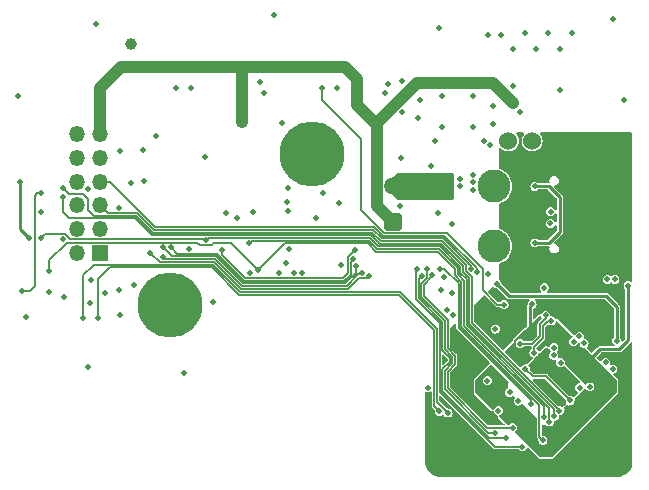
<source format=gbr>
%TF.GenerationSoftware,KiCad,Pcbnew,8.0.1*%
%TF.CreationDate,2024-06-02T00:59:28+08:00*%
%TF.ProjectId,SB-main-board,53422d6d-6169-46e2-9d62-6f6172642e6b,A0*%
%TF.SameCoordinates,Original*%
%TF.FileFunction,Copper,L3,Inr*%
%TF.FilePolarity,Positive*%
%FSLAX46Y46*%
G04 Gerber Fmt 4.6, Leading zero omitted, Abs format (unit mm)*
G04 Created by KiCad (PCBNEW 8.0.1) date 2024-06-02 00:59:28*
%MOMM*%
%LPD*%
G01*
G04 APERTURE LIST*
G04 Aperture macros list*
%AMRoundRect*
0 Rectangle with rounded corners*
0 $1 Rounding radius*
0 $2 $3 $4 $5 $6 $7 $8 $9 X,Y pos of 4 corners*
0 Add a 4 corners polygon primitive as box body*
4,1,4,$2,$3,$4,$5,$6,$7,$8,$9,$2,$3,0*
0 Add four circle primitives for the rounded corners*
1,1,$1+$1,$2,$3*
1,1,$1+$1,$4,$5*
1,1,$1+$1,$6,$7*
1,1,$1+$1,$8,$9*
0 Add four rect primitives between the rounded corners*
20,1,$1+$1,$2,$3,$4,$5,0*
20,1,$1+$1,$4,$5,$6,$7,0*
20,1,$1+$1,$6,$7,$8,$9,0*
20,1,$1+$1,$8,$9,$2,$3,0*%
G04 Aperture macros list end*
%TA.AperFunction,ComponentPad*%
%ADD10C,2.800000*%
%TD*%
%TA.AperFunction,ComponentPad*%
%ADD11C,1.524000*%
%TD*%
%TA.AperFunction,ComponentPad*%
%ADD12RoundRect,0.250001X0.499999X0.499999X-0.499999X0.499999X-0.499999X-0.499999X0.499999X-0.499999X0*%
%TD*%
%TA.AperFunction,ComponentPad*%
%ADD13C,1.500000*%
%TD*%
%TA.AperFunction,ComponentPad*%
%ADD14C,5.500000*%
%TD*%
%TA.AperFunction,ComponentPad*%
%ADD15R,1.350000X1.350000*%
%TD*%
%TA.AperFunction,ComponentPad*%
%ADD16O,1.350000X1.350000*%
%TD*%
%TA.AperFunction,ComponentPad*%
%ADD17O,1.800000X1.000000*%
%TD*%
%TA.AperFunction,ComponentPad*%
%ADD18O,2.100000X1.000000*%
%TD*%
%TA.AperFunction,ViaPad*%
%ADD19C,0.500000*%
%TD*%
%TA.AperFunction,ViaPad*%
%ADD20C,1.000000*%
%TD*%
%TA.AperFunction,Conductor*%
%ADD21C,0.177800*%
%TD*%
%TA.AperFunction,Conductor*%
%ADD22C,1.016000*%
%TD*%
%TA.AperFunction,Conductor*%
%ADD23C,0.254000*%
%TD*%
%TA.AperFunction,Conductor*%
%ADD24C,0.127000*%
%TD*%
G04 APERTURE END LIST*
D10*
%TO.N,+24V*%
%TO.C,J1*%
X158260400Y-105919165D03*
%TO.N,PGND*%
X158260400Y-100839165D03*
D11*
%TO.N,/CAN_H*%
X159490400Y-96989165D03*
%TO.N,/CAN_L*%
X161490400Y-96989165D03*
%TD*%
D12*
%TO.N,+24V*%
%TO.C,J5*%
X149682900Y-103839165D03*
D13*
%TO.N,Net-(D2-K)*%
X149682900Y-100839165D03*
%TD*%
D14*
%TO.N,PGND*%
%TO.C,H2*%
X130863900Y-110917865D03*
%TD*%
%TO.N,PGND*%
%TO.C,H1*%
X142847900Y-98146865D03*
%TD*%
D15*
%TO.N,/FAN0_DET*%
%TO.C,J9*%
X124934042Y-106447865D03*
D16*
%TO.N,/NEO*%
X122934042Y-106447865D03*
%TO.N,/FAN0_PWM*%
X124934042Y-104447865D03*
%TO.N,/FAN1_PWM*%
X122934042Y-104447865D03*
%TO.N,/ADC0*%
X124934042Y-102447865D03*
%TO.N,/FAN1_DET*%
X122934042Y-102447865D03*
%TO.N,/ADC1*%
X124934042Y-100447865D03*
%TO.N,+3V3B*%
X122934042Y-100447865D03*
%TO.N,GND*%
X124934042Y-98447865D03*
%TO.N,PGND*%
X122934042Y-98447865D03*
%TO.N,+24V*%
X124934042Y-96447865D03*
%TO.N,PGND*%
X122934042Y-96447865D03*
%TD*%
D17*
%TO.N,GND*%
%TO.C,J2*%
X167040292Y-98914865D03*
D18*
X162860292Y-98914865D03*
D17*
X167040292Y-107554865D03*
D18*
X162860292Y-107554865D03*
%TD*%
D19*
%TO.N,GND*%
X149247900Y-92146865D03*
X153055292Y-121884865D03*
X153844492Y-95845666D03*
X168777900Y-115486865D03*
X145133900Y-102287065D03*
X156486092Y-93204066D03*
X162665292Y-116174865D03*
X126589900Y-111710465D03*
X161720292Y-100034865D03*
X135558100Y-103099865D03*
X169215292Y-106124865D03*
X156284500Y-122429265D03*
X159382793Y-102368865D03*
X118647900Y-111946865D03*
X119897900Y-103046865D03*
X160975292Y-124054865D03*
X140922900Y-106171865D03*
X158328900Y-112121865D03*
X137603900Y-108196865D03*
X123914442Y-101067865D03*
X162665292Y-117774865D03*
X143228900Y-103506265D03*
X121806242Y-105284265D03*
X155090700Y-121565665D03*
X138422900Y-91971865D03*
X156638100Y-115850665D03*
X156944900Y-111761265D03*
X125357900Y-109846865D03*
X140657900Y-107321865D03*
X160197900Y-98996865D03*
X159073900Y-107746865D03*
X161720292Y-106434865D03*
X156505292Y-124364865D03*
X159363900Y-104356865D03*
X154076200Y-115546865D03*
X161413892Y-108046865D03*
X145337100Y-107544865D03*
X138826400Y-92946865D03*
X143797900Y-101446865D03*
X167747900Y-114036865D03*
X164265292Y-117774865D03*
X159278900Y-113071865D03*
X126497900Y-109656865D03*
X153844492Y-93204066D03*
X140847900Y-100996865D03*
X169215292Y-101724865D03*
X163447300Y-109373665D03*
X169545292Y-116234865D03*
X124126100Y-108789465D03*
X150447900Y-91921865D03*
X156486092Y-95845666D03*
X140797900Y-102971865D03*
X156386100Y-119279665D03*
X124075300Y-110694465D03*
X169475292Y-114864865D03*
X121831642Y-110237265D03*
X154862100Y-117450865D03*
X137844100Y-102998265D03*
X169215292Y-98524865D03*
X149047900Y-92946865D03*
X163015500Y-124562865D03*
X159387900Y-109146865D03*
X136521300Y-103506265D03*
%TO.N,+1V1*%
X160905991Y-116298407D03*
X164707436Y-118968480D03*
D20*
%TO.N,+24V*%
X128947900Y-90780865D03*
X159854399Y-93755367D03*
X136893900Y-95426865D03*
D19*
X153313692Y-92062366D03*
X157016892Y-92062366D03*
%TO.N,PGND*%
X127767900Y-109166865D03*
X153493900Y-103126865D03*
X129639900Y-96572065D03*
X155347900Y-100189165D03*
X156447100Y-100514165D03*
X155347900Y-100839165D03*
X163853900Y-92646865D03*
X153744500Y-109653065D03*
X128573100Y-97740465D03*
X133830900Y-98400865D03*
X139647500Y-86310465D03*
X153615292Y-87446865D03*
X124597900Y-87096865D03*
X154723900Y-104026865D03*
X127506300Y-100534465D03*
D20*
X127522900Y-88780865D03*
D19*
X157713900Y-108306865D03*
X150263900Y-102496865D03*
X152897900Y-99096865D03*
X156447100Y-99864165D03*
X154277900Y-111336865D03*
X154727900Y-109896865D03*
X157753900Y-88044865D03*
X134453900Y-110646865D03*
X126608842Y-97892865D03*
X117997900Y-93196865D03*
X150391700Y-98426265D03*
X140347900Y-95446865D03*
X132408500Y-106122465D03*
X161853900Y-89246865D03*
X154021900Y-108560865D03*
X131976700Y-116688865D03*
X154797900Y-111766865D03*
X159853900Y-89246865D03*
X160470499Y-94526383D03*
X169289300Y-93524065D03*
X123848700Y-116130065D03*
X126507242Y-102668065D03*
X168298700Y-86691465D03*
X159853900Y-92346865D03*
X156447100Y-101164165D03*
X163853900Y-89246865D03*
X128623900Y-100432865D03*
%TO.N,+5V*%
X168652900Y-113912865D03*
X152684766Y-117886865D03*
X158504223Y-109083188D03*
%TO.N,/USB_D+*%
X162635958Y-111756528D03*
X160459035Y-114154395D03*
X163047900Y-102983426D03*
X163046767Y-103984865D03*
%TO.N,/USB_D-*%
X163115236Y-112235806D03*
X161651006Y-114918837D03*
%TO.N,Net-(D3-A)*%
X161720292Y-100834865D03*
X161720292Y-105624865D03*
%TO.N,/FAN0_PWM*%
X158353900Y-121698163D03*
X146537600Y-107597573D03*
X130235174Y-106022865D03*
X152619000Y-107882300D03*
%TO.N,/FAN0_DET*%
X160653900Y-122896865D03*
X151753900Y-107846865D03*
X129153900Y-106446865D03*
X147657900Y-108426865D03*
%TO.N,Net-(J4-Pin_2)*%
X141333900Y-108188468D03*
%TO.N,Net-(J4-Pin_3)*%
X141983900Y-108188468D03*
%TO.N,Net-(J4-Pin_1)*%
X140033900Y-108188468D03*
%TO.N,/FAN1_PWM*%
X152203900Y-108396865D03*
X130203900Y-106796865D03*
X147094602Y-108186596D03*
X159303900Y-122113263D03*
%TO.N,/FAN1_DET*%
X153034100Y-108368839D03*
X159853900Y-121283063D03*
X130903900Y-106022865D03*
X146340787Y-106997020D03*
%TO.N,/FAN2_PWM*%
X157704900Y-117298465D03*
X131322900Y-92546865D03*
%TO.N,/FAN2_DET*%
X132572900Y-92546865D03*
X159595004Y-118299569D03*
%TO.N,/NEO*%
X160321100Y-119025665D03*
%TO.N,/LDC_SCL*%
X124738900Y-111966665D03*
X153642900Y-119889265D03*
%TO.N,/LDC_SDA*%
X123488900Y-111966665D03*
X154368221Y-120027544D03*
%TO.N,/ADC0*%
X163893900Y-115766865D03*
X156287642Y-107830938D03*
%TO.N,/ADC1*%
X163318622Y-115141636D03*
X156832900Y-108097730D03*
%TO.N,/TMC_EN*%
X151964072Y-93524065D03*
X168298027Y-116320570D03*
%TO.N,/HEAT*%
X166384074Y-117816691D03*
%TO.N,/SPI0_CLK*%
X162955124Y-120792232D03*
X119906042Y-105194865D03*
X133879700Y-105397765D03*
%TO.N,/TMC_DIAG*%
X157903539Y-97354323D03*
X164997900Y-113996865D03*
%TO.N,/ADXL_INT1*%
X121755442Y-101779065D03*
X163370224Y-120298275D03*
%TO.N,/TMC_STEP*%
X158165291Y-95524866D03*
X165895492Y-114134865D03*
%TO.N,/ADXL_INT2*%
X121806242Y-100989965D03*
X163785324Y-119833998D03*
%TO.N,/SPI0_CS1*%
X118322900Y-109696865D03*
X119906042Y-101447865D03*
X158621793Y-119838465D03*
%TO.N,/SPI0_MOSI*%
X138246400Y-107953365D03*
X120597900Y-107981765D03*
X162403900Y-122346865D03*
%TO.N,/TEMP_A*%
X162513900Y-109426865D03*
%TO.N,/SPI0_MISO*%
X137511900Y-105626365D03*
X162526276Y-120360559D03*
%TO.N,/ENDSTOP0*%
X143696900Y-92546865D03*
X165503900Y-117886865D03*
X159116630Y-110854134D03*
%TO.N,/TMC_DIR*%
X158215292Y-94024866D03*
X167716723Y-115758042D03*
%TO.N,/TMC_UART*%
X165480392Y-113554724D03*
X157412791Y-96987366D03*
%TO.N,/SPI0_CS2*%
X153693900Y-107816865D03*
X146503900Y-106246865D03*
X161353900Y-119246865D03*
X135266569Y-106211866D03*
%TO.N,/CAN_H*%
X167847900Y-108717365D03*
%TO.N,/CAN_L*%
X168497900Y-108717365D03*
%TO.N,Net-(U6-CPO)*%
X150455292Y-94524866D03*
%TO.N,Net-(U6-CPI)*%
X151865292Y-95024865D03*
%TO.N,Net-(U6-5VOUT)*%
X153252791Y-96987366D03*
%TO.N,Net-(D2-K)*%
X154303900Y-101474165D03*
X153668900Y-100839165D03*
X153033900Y-100204165D03*
X154303900Y-100204165D03*
X153033900Y-101474165D03*
%TO.N,Net-(J3-Pin_1)*%
X164853900Y-87846865D03*
%TO.N,Net-(J3-Pin_4)*%
X158853900Y-88046865D03*
%TO.N,Net-(J3-Pin_2)*%
X162853900Y-87846865D03*
%TO.N,Net-(J3-Pin_3)*%
X160853900Y-87846865D03*
%TO.N,/FS*%
X144946900Y-92546865D03*
X163332353Y-114499151D03*
%TO.N,+3V3A*%
X157951815Y-118811388D03*
X166287398Y-115566971D03*
X169617900Y-109264865D03*
X158382978Y-112926865D03*
X164463300Y-119635265D03*
X161496400Y-110818865D03*
X160937485Y-115481372D03*
X161455702Y-120398667D03*
X163750034Y-113013169D03*
X161297708Y-113013169D03*
%TO.N,+3V3B*%
X140713900Y-102141866D03*
X118147900Y-100447865D03*
X118906042Y-105194865D03*
X120597900Y-109826865D03*
%TD*%
D21*
%TO.N,+1V1*%
X160905991Y-116298407D02*
X161544449Y-116936865D01*
X162675821Y-116936865D02*
X164707436Y-118968480D01*
X161544449Y-116936865D02*
X162675821Y-116936865D01*
D22*
%TO.N,+24V*%
X126707900Y-90780865D02*
X124934042Y-92554723D01*
X158161398Y-92062366D02*
X151702134Y-92062366D01*
X148323300Y-102479565D02*
X149682900Y-103839165D01*
X148323300Y-95441200D02*
X148323300Y-95614607D01*
X159854399Y-93755367D02*
X158161398Y-92062366D01*
X145681900Y-90780865D02*
X146647900Y-91746865D01*
X128947900Y-90780865D02*
X126707900Y-90780865D01*
X148323300Y-95614607D02*
X148323300Y-102479565D01*
X124934042Y-92554723D02*
X124934042Y-96447865D01*
X128947900Y-90780865D02*
X145681900Y-90780865D01*
X146647900Y-91746865D02*
X146647900Y-93939207D01*
X136893900Y-95426865D02*
X136893900Y-90826865D01*
X146647900Y-93939207D02*
X148323300Y-95614607D01*
X151702134Y-92062366D02*
X148323300Y-95441200D01*
D23*
%TO.N,+5V*%
X168652900Y-111031865D02*
X167737900Y-110116865D01*
X168652900Y-113912865D02*
X168652900Y-111031865D01*
X159537900Y-110116865D02*
X158504223Y-109083188D01*
X167737900Y-110116865D02*
X159537900Y-110116865D01*
D24*
%TO.N,/USB_D+*%
X162126500Y-112529737D02*
X162635958Y-112020279D01*
X162126500Y-113528199D02*
X162126500Y-112529737D01*
X162635958Y-112020279D02*
X162635958Y-111756528D01*
X160459035Y-114154395D02*
X161500304Y-114154395D01*
X161500304Y-114154395D02*
X162126500Y-113528199D01*
%TO.N,/USB_D-*%
X161651006Y-114434747D02*
X162431300Y-113654453D01*
X161651006Y-114918837D02*
X161651006Y-114434747D01*
X162431300Y-112655991D02*
X162851485Y-112235806D01*
X162431300Y-113654453D02*
X162431300Y-112655991D01*
X162851485Y-112235806D02*
X163115236Y-112235806D01*
D23*
%TO.N,Net-(D3-A)*%
X162925292Y-105624865D02*
X163815292Y-104734865D01*
X163815292Y-104734865D02*
X163815292Y-101724865D01*
X161720292Y-100834865D02*
X162925292Y-100834865D01*
X161720292Y-105624865D02*
X162925292Y-105624865D01*
X162925292Y-100834865D02*
X163815292Y-101724865D01*
D24*
%TO.N,/FAN0_PWM*%
X154118300Y-116442188D02*
X154118300Y-118041993D01*
X130995174Y-106782865D02*
X130235174Y-106022865D01*
X146537600Y-108219745D02*
X145688180Y-109069165D01*
X154748992Y-115278234D02*
X154748992Y-115811495D01*
X152619000Y-107882300D02*
X152619000Y-108568806D01*
X146537600Y-107597573D02*
X146537600Y-108219745D01*
X152111100Y-110233705D02*
X154118300Y-112240905D01*
X145688180Y-109069165D02*
X137031571Y-109069165D01*
X154118300Y-118041993D02*
X157774470Y-121698163D01*
X154118300Y-112240905D02*
X154118300Y-114647542D01*
X152619000Y-108568806D02*
X152111100Y-109076706D01*
X154118300Y-114647542D02*
X154748992Y-115278234D01*
X152111100Y-109076706D02*
X152111100Y-110233705D01*
X137031571Y-109069165D02*
X134745270Y-106782865D01*
X154748992Y-115811495D02*
X154118300Y-116442188D01*
X157774470Y-121698163D02*
X158353900Y-121698163D01*
X134745270Y-106782865D02*
X130995174Y-106782865D01*
%TO.N,/FAN0_DET*%
X153661100Y-118231373D02*
X153661100Y-112430285D01*
X147657900Y-108426865D02*
X147483069Y-108601696D01*
X145877560Y-109526365D02*
X136842193Y-109526365D01*
X153661100Y-112430285D02*
X151653900Y-110423085D01*
X151653900Y-107946865D02*
X151753900Y-107846865D01*
X136842193Y-109526365D02*
X134555890Y-107240065D01*
X158326592Y-122896865D02*
X153661100Y-118231373D01*
X151653900Y-110423085D02*
X151653900Y-107946865D01*
X147483069Y-108601696D02*
X146802229Y-108601696D01*
X160653900Y-122896865D02*
X158326592Y-122896865D01*
X146802229Y-108601696D02*
X145877560Y-109526365D01*
X129947100Y-107240065D02*
X129153900Y-106446865D01*
X134555890Y-107240065D02*
X129947100Y-107240065D01*
%TO.N,/FAN1_PWM*%
X153889700Y-116347498D02*
X154520392Y-115716806D01*
X151882500Y-110328395D02*
X151882500Y-108718265D01*
X157866280Y-122113263D02*
X153889700Y-118136683D01*
X147094602Y-108186596D02*
X146987128Y-108294070D01*
X154520392Y-115372924D02*
X153889700Y-114742232D01*
X153889700Y-112335595D02*
X151882500Y-110328395D01*
X136936882Y-109297765D02*
X134650580Y-107011465D01*
X153889700Y-118136683D02*
X153889700Y-116347498D01*
X153889700Y-114742232D02*
X153889700Y-112335595D01*
X146987128Y-108294070D02*
X146786565Y-108294070D01*
X154520392Y-115716806D02*
X154520392Y-115372924D01*
X151882500Y-108718265D02*
X152203900Y-108396865D01*
X146786565Y-108294070D02*
X145782870Y-109297765D01*
X134650580Y-107011465D02*
X130418500Y-107011465D01*
X159303900Y-122113263D02*
X157866280Y-122113263D01*
X130418500Y-107011465D02*
X130203900Y-106796865D01*
X145782870Y-109297765D02*
X136936882Y-109297765D01*
%TO.N,/FAN1_DET*%
X154977592Y-115183545D02*
X154977592Y-115906184D01*
X154977592Y-115906184D02*
X154346900Y-116536877D01*
X152339700Y-109171396D02*
X152339700Y-110139016D01*
X153034100Y-108368839D02*
X153034100Y-108476996D01*
X154346900Y-117947303D02*
X157682660Y-121283063D01*
X134839960Y-106554265D02*
X137126260Y-108840565D01*
X146122500Y-108311555D02*
X146122500Y-107215307D01*
X157682660Y-121283063D02*
X159853900Y-121283063D01*
X153034100Y-108476996D02*
X152339700Y-109171396D01*
X154346900Y-114552852D02*
X154977592Y-115183545D01*
X131435300Y-106554265D02*
X134839960Y-106554265D01*
X146122500Y-107215307D02*
X146340787Y-106997020D01*
X154346900Y-112146216D02*
X154346900Y-114552852D01*
X137126260Y-108840565D02*
X145593490Y-108840565D01*
X145593490Y-108840565D02*
X146122500Y-108311555D01*
X130903900Y-106022865D02*
X131435300Y-106554265D01*
X152339700Y-110139016D02*
X154346900Y-112146216D01*
X154346900Y-116536877D02*
X154346900Y-117947303D01*
%TO.N,/LDC_SCL*%
X150224500Y-110027465D02*
X136696710Y-110027465D01*
X136696710Y-110027465D02*
X134366510Y-107697265D01*
X153642900Y-119889265D02*
X153203900Y-119450265D01*
X125751700Y-107697265D02*
X124738900Y-108710065D01*
X124738900Y-108710065D02*
X124738900Y-111966665D01*
X153203900Y-113006865D02*
X150224500Y-110027465D01*
X134366510Y-107697265D02*
X125751700Y-107697265D01*
X153203900Y-119450265D02*
X153203900Y-113006865D01*
%TO.N,/LDC_SDA*%
X124405500Y-107468665D02*
X123488900Y-108385265D01*
X150319189Y-109798865D02*
X136791400Y-109798865D01*
X153432500Y-119091823D02*
X153432500Y-112912175D01*
X154368221Y-120027544D02*
X153432500Y-119091823D01*
X123488900Y-108385265D02*
X123488900Y-111966665D01*
X136791400Y-109798865D02*
X134461200Y-107468665D01*
X134461200Y-107468665D02*
X124405500Y-107468665D01*
X153432500Y-112912175D02*
X150319189Y-109798865D01*
%TO.N,/ADC0*%
X156287642Y-107830938D02*
X156287642Y-107567187D01*
X128058610Y-103099865D02*
X125586042Y-103099865D01*
X125586042Y-103099865D02*
X124934042Y-102447865D01*
X129484210Y-104525465D02*
X128058610Y-103099865D01*
X153964520Y-105244065D02*
X148764520Y-105244065D01*
X156287642Y-107567187D02*
X153964520Y-105244065D01*
X148045921Y-104525465D02*
X129484210Y-104525465D01*
X148764520Y-105244065D02*
X148045921Y-104525465D01*
%TO.N,/ADC1*%
X156832900Y-108097730D02*
X156832900Y-107789155D01*
X148859210Y-105015465D02*
X148140610Y-104296865D01*
X154059210Y-105015465D02*
X148859210Y-105015465D01*
X148140610Y-104296865D02*
X129578900Y-104296865D01*
X156832900Y-107789155D02*
X154059210Y-105015465D01*
X129578900Y-104296865D02*
X125729900Y-100447865D01*
X125729900Y-100447865D02*
X124934042Y-100447865D01*
%TO.N,/SPI0_CLK*%
X155415342Y-108192257D02*
X155415342Y-107664757D01*
X155415342Y-107664757D02*
X153680450Y-105929865D01*
X162955124Y-120792232D02*
X162955124Y-119581159D01*
X119906042Y-105194865D02*
X120231742Y-104869165D01*
X120231742Y-104869165D02*
X121978183Y-104869165D01*
X134066200Y-105211265D02*
X133879700Y-105397765D01*
X155946700Y-108723616D02*
X155415342Y-108192257D01*
X148480452Y-105929865D02*
X147761851Y-105211265D01*
X147761851Y-105211265D02*
X134066200Y-105211265D01*
X162955124Y-119581159D02*
X155946700Y-112572735D01*
X122396983Y-105287965D02*
X133769900Y-105287965D01*
X133769900Y-105287965D02*
X133879700Y-105397765D01*
X121978183Y-104869165D02*
X122396983Y-105287965D01*
X155946700Y-112572735D02*
X155946700Y-108723616D01*
X153680450Y-105929865D02*
X148480452Y-105929865D01*
%TO.N,/ADXL_INT1*%
X121755442Y-103023665D02*
X121755442Y-101779065D01*
X156175300Y-108628927D02*
X155643942Y-108097568D01*
X153775140Y-105701265D02*
X148575141Y-105701265D01*
X155643942Y-107570067D02*
X153775140Y-105701265D01*
X122288842Y-103557065D02*
X121755442Y-103023665D01*
X148575141Y-105701265D02*
X147856541Y-104982665D01*
X156175300Y-112478046D02*
X156175300Y-108628927D01*
X129294831Y-104982665D02*
X127869230Y-103557065D01*
X155643942Y-108097568D02*
X155643942Y-107570067D01*
X163370224Y-119672971D02*
X156175300Y-112478046D01*
X163370224Y-120298275D02*
X163370224Y-119672971D01*
X127869230Y-103557065D02*
X122288842Y-103557065D01*
X147856541Y-104982665D02*
X129294831Y-104982665D01*
%TO.N,/ADXL_INT2*%
X153869830Y-105472665D02*
X155872542Y-107475377D01*
X148669831Y-105472665D02*
X153869830Y-105472665D01*
X123914442Y-101906065D02*
X123914442Y-102845865D01*
X129389520Y-104754065D02*
X147951231Y-104754065D01*
X122299242Y-101482965D02*
X123491342Y-101482965D01*
X124397042Y-103328465D02*
X127963920Y-103328465D01*
X156403900Y-112383357D02*
X163785324Y-119764781D01*
X123491342Y-101482965D02*
X123914442Y-101906065D01*
X127963920Y-103328465D02*
X129389520Y-104754065D01*
X147951231Y-104754065D02*
X148669831Y-105472665D01*
X123914442Y-102845865D02*
X124397042Y-103328465D01*
X156403900Y-108534237D02*
X156403900Y-112383357D01*
X155872542Y-108002879D02*
X156403900Y-108534237D01*
X121806242Y-100989965D02*
X122299242Y-101482965D01*
X155872542Y-107475377D02*
X155872542Y-108002879D01*
X163785324Y-119764781D02*
X163785324Y-119833998D01*
%TO.N,/SPI0_CS1*%
X119596900Y-101447865D02*
X119397900Y-101646865D01*
X119397900Y-109246865D02*
X118947900Y-109696865D01*
X119397900Y-101646865D02*
X119397900Y-109246865D01*
X118947900Y-109696865D02*
X118322900Y-109696865D01*
X119906042Y-101447865D02*
X119596900Y-101447865D01*
%TO.N,/SPI0_MOSI*%
X162111176Y-122054141D02*
X162111176Y-119383790D01*
X155489500Y-108912994D02*
X154958142Y-108381635D01*
X154958142Y-107854137D02*
X153491070Y-106387065D01*
X120597900Y-107079648D02*
X120597900Y-107981765D01*
X140531300Y-105668465D02*
X138246400Y-107953365D01*
X155489500Y-112762113D02*
X155489500Y-108912994D01*
X133148800Y-105607765D02*
X122069783Y-105607765D01*
X147572472Y-105668465D02*
X140531300Y-105668465D01*
X134509370Y-105665265D02*
X134361770Y-105812865D01*
X138246400Y-107953365D02*
X135958300Y-105665265D01*
X134361770Y-105812865D02*
X133353900Y-105812865D01*
X133353900Y-105812865D02*
X133148800Y-105607765D01*
X148291074Y-106387065D02*
X147572472Y-105668465D01*
X162111176Y-119383790D02*
X155489500Y-112762113D01*
X162403900Y-122346865D02*
X162111176Y-122054141D01*
X153491070Y-106387065D02*
X148291074Y-106387065D01*
X122069783Y-105607765D02*
X120597900Y-107079648D01*
X154958142Y-108381635D02*
X154958142Y-107854137D01*
X135958300Y-105665265D02*
X134509370Y-105665265D01*
%TO.N,/SPI0_MISO*%
X153585760Y-106158465D02*
X148385763Y-106158465D01*
X137698400Y-105439865D02*
X147667162Y-105439865D01*
X155186742Y-108286946D02*
X155186742Y-107759447D01*
X137511900Y-105626365D02*
X137698400Y-105439865D01*
X155718100Y-108818305D02*
X155186742Y-108286946D01*
X162526276Y-120360559D02*
X162526276Y-119475601D01*
X155186742Y-107759447D02*
X153585760Y-106158465D01*
X148385763Y-106158465D02*
X147667162Y-105439865D01*
X162526276Y-119475601D02*
X155718100Y-112667424D01*
X155718100Y-112667424D02*
X155718100Y-108818305D01*
%TO.N,/ENDSTOP0*%
X154243900Y-104786865D02*
X157298800Y-107841765D01*
X143696900Y-92546865D02*
X143696900Y-93562865D01*
X146993900Y-102826865D02*
X148953900Y-104786865D01*
X143696900Y-93562865D02*
X146993900Y-96859865D01*
X158511169Y-110854134D02*
X159116630Y-110854134D01*
X157298800Y-107841765D02*
X157298800Y-109641765D01*
X146993900Y-96859865D02*
X146993900Y-102826865D01*
X148953900Y-104786865D02*
X154243900Y-104786865D01*
X157298800Y-109641765D02*
X158511169Y-110854134D01*
%TO.N,/SPI0_CS2*%
X154070082Y-107816865D02*
X155260900Y-109007683D01*
X161353900Y-118949804D02*
X161353900Y-119246865D01*
X135266569Y-106657584D02*
X135266569Y-106211866D01*
X153693900Y-107816865D02*
X154070082Y-107816865D01*
X145893900Y-106856865D02*
X145893900Y-108216865D01*
X155260900Y-112856803D02*
X161353900Y-118949804D01*
X155260900Y-109007683D02*
X155260900Y-112856803D01*
X145498800Y-108611965D02*
X137220950Y-108611965D01*
X145893900Y-108216865D02*
X145498800Y-108611965D01*
X137220950Y-108611965D02*
X135266569Y-106657584D01*
X146503900Y-106246865D02*
X145893900Y-106856865D01*
D23*
%TO.N,+3V3A*%
X161496400Y-110818865D02*
X161297708Y-111017557D01*
D21*
X160018535Y-114562422D02*
X160018535Y-113956230D01*
D23*
X169617900Y-113896865D02*
X168867900Y-114646865D01*
X169617900Y-109264865D02*
X169617900Y-113896865D01*
D21*
X160937485Y-115481372D02*
X160018535Y-114562422D01*
D23*
X168867900Y-114646865D02*
X167207504Y-114646865D01*
D21*
X160961596Y-113013169D02*
X161297708Y-113013169D01*
D23*
X161297708Y-111017557D02*
X161297708Y-113013169D01*
X167207504Y-114646865D02*
X166287398Y-115566971D01*
D21*
X160018535Y-113956230D02*
X160961596Y-113013169D01*
D23*
%TO.N,+3V3B*%
X118147900Y-100447865D02*
X118147900Y-104436723D01*
X118147900Y-104436723D02*
X118906042Y-105194865D01*
%TD*%
%TA.AperFunction,Conductor*%
%TO.N,Net-(D2-K)*%
G36*
X154816501Y-99734730D02*
G01*
X154846565Y-99786801D01*
X154847900Y-99802065D01*
X154847900Y-101876265D01*
X154827335Y-101932766D01*
X154775264Y-101962830D01*
X154760000Y-101964165D01*
X150094310Y-101964165D01*
X150037809Y-101943600D01*
X150032155Y-101938420D01*
X149708645Y-101614910D01*
X149683234Y-101560416D01*
X149682900Y-101552755D01*
X149682900Y-100125575D01*
X149703465Y-100069074D01*
X149708645Y-100063420D01*
X150032155Y-99739910D01*
X150086649Y-99714499D01*
X150094310Y-99714165D01*
X154760000Y-99714165D01*
X154816501Y-99734730D01*
G37*
%TD.AperFunction*%
%TD*%
%TA.AperFunction,Conductor*%
%TO.N,GND*%
G36*
X160795692Y-96295430D02*
G01*
X160825756Y-96347501D01*
X160815315Y-96406715D01*
X160804517Y-96421577D01*
X160766815Y-96463450D01*
X160673325Y-96625380D01*
X160673324Y-96625382D01*
X160615544Y-96803211D01*
X160615543Y-96803216D01*
X160596000Y-96989160D01*
X160596000Y-96989169D01*
X160615543Y-97175113D01*
X160615544Y-97175118D01*
X160615545Y-97175121D01*
X160673325Y-97352950D01*
X160766815Y-97514880D01*
X160891930Y-97653834D01*
X161043200Y-97763738D01*
X161214015Y-97839790D01*
X161360331Y-97870890D01*
X161396909Y-97878665D01*
X161396910Y-97878665D01*
X161583891Y-97878665D01*
X161614372Y-97872185D01*
X161766785Y-97839790D01*
X161937600Y-97763738D01*
X162088870Y-97653834D01*
X162213985Y-97514880D01*
X162307475Y-97352950D01*
X162365255Y-97175121D01*
X162384800Y-96989165D01*
X162384800Y-96989160D01*
X162365256Y-96803216D01*
X162365255Y-96803211D01*
X162365255Y-96803209D01*
X162307475Y-96625380D01*
X162213985Y-96463450D01*
X162176285Y-96421580D01*
X162153763Y-96365833D01*
X162172343Y-96308648D01*
X162223334Y-96276786D01*
X162241609Y-96274865D01*
X169896098Y-96274865D01*
X169952599Y-96295430D01*
X169982663Y-96347501D01*
X169983998Y-96362765D01*
X169983998Y-108774865D01*
X168870999Y-108774865D01*
X168880106Y-108717365D01*
X168861400Y-108599257D01*
X168861400Y-108599256D01*
X168807113Y-108492713D01*
X168807112Y-108492712D01*
X168807111Y-108492710D01*
X168722555Y-108408154D01*
X168722552Y-108408152D01*
X168722551Y-108408151D01*
X168616008Y-108353864D01*
X168497900Y-108335159D01*
X168379792Y-108353864D01*
X168379791Y-108353864D01*
X168273248Y-108408151D01*
X168273245Y-108408153D01*
X168273245Y-108408154D01*
X168235053Y-108446345D01*
X168180561Y-108471756D01*
X168122483Y-108456193D01*
X168110751Y-108446350D01*
X168072555Y-108408154D01*
X168072552Y-108408152D01*
X168072551Y-108408151D01*
X167966008Y-108353864D01*
X167847900Y-108335159D01*
X167729792Y-108353864D01*
X167729791Y-108353864D01*
X167623248Y-108408151D01*
X167538686Y-108492713D01*
X167484399Y-108599256D01*
X167484399Y-108599257D01*
X167465694Y-108717365D01*
X167474800Y-108774865D01*
X158729766Y-108774865D01*
X158728878Y-108773977D01*
X158728875Y-108773975D01*
X158713283Y-108766030D01*
X158672278Y-108722054D01*
X158665292Y-108687712D01*
X158665292Y-107462157D01*
X158685857Y-107405656D01*
X158730740Y-107377886D01*
X158730603Y-107377462D01*
X158732338Y-107376898D01*
X158732685Y-107376683D01*
X158733883Y-107376396D01*
X158956015Y-107284386D01*
X159161018Y-107158759D01*
X159343845Y-107002610D01*
X159499994Y-106819783D01*
X159625621Y-106614780D01*
X159717631Y-106392648D01*
X159769223Y-106177750D01*
X159773758Y-106158862D01*
X159773758Y-106158860D01*
X159773759Y-106158857D01*
X159792623Y-105919165D01*
X159773759Y-105679473D01*
X159766810Y-105650529D01*
X159760649Y-105624865D01*
X161338086Y-105624865D01*
X161356791Y-105742972D01*
X161356791Y-105742973D01*
X161411078Y-105849516D01*
X161411079Y-105849517D01*
X161411081Y-105849520D01*
X161495637Y-105934076D01*
X161495639Y-105934077D01*
X161495640Y-105934078D01*
X161602183Y-105988365D01*
X161612602Y-105990015D01*
X161720292Y-106007071D01*
X161838400Y-105988365D01*
X161944943Y-105934078D01*
X161944944Y-105934078D01*
X161944944Y-105934077D01*
X161944947Y-105934076D01*
X161973914Y-105905109D01*
X162028408Y-105879699D01*
X162036068Y-105879365D01*
X162895649Y-105879365D01*
X162952150Y-105899930D01*
X162982214Y-105952001D01*
X162980554Y-105990015D01*
X162975984Y-106007071D01*
X162958592Y-106071980D01*
X162958592Y-106177750D01*
X162985967Y-106279915D01*
X163038852Y-106371514D01*
X163113643Y-106446305D01*
X163205242Y-106499190D01*
X163307407Y-106526565D01*
X163413176Y-106526565D01*
X163413177Y-106526565D01*
X163515342Y-106499190D01*
X163606941Y-106446305D01*
X163681732Y-106371514D01*
X163734617Y-106279915D01*
X163761992Y-106177750D01*
X163761992Y-106071980D01*
X163734617Y-105969815D01*
X163681732Y-105878216D01*
X163606941Y-105803425D01*
X163515342Y-105750540D01*
X163515341Y-105750539D01*
X163515340Y-105750539D01*
X163413177Y-105723165D01*
X163399119Y-105723165D01*
X163342618Y-105702600D01*
X163312554Y-105650529D01*
X163322995Y-105591315D01*
X163336964Y-105573110D01*
X163464393Y-105445681D01*
X163959453Y-104950620D01*
X163959455Y-104950620D01*
X164031047Y-104879028D01*
X164069792Y-104785488D01*
X164069792Y-101674242D01*
X164031047Y-101580702D01*
X163959455Y-101509110D01*
X163959453Y-101509109D01*
X163667414Y-101217070D01*
X163346965Y-100896620D01*
X163321554Y-100842126D01*
X163337117Y-100784048D01*
X163386370Y-100749560D01*
X163409120Y-100746565D01*
X163413176Y-100746565D01*
X163413177Y-100746565D01*
X163515342Y-100719190D01*
X163606941Y-100666305D01*
X163681732Y-100591514D01*
X163734617Y-100499915D01*
X163761992Y-100397750D01*
X163761992Y-100291980D01*
X163734617Y-100189815D01*
X163681732Y-100098216D01*
X163606941Y-100023425D01*
X163515342Y-99970540D01*
X163515341Y-99970539D01*
X163515340Y-99970539D01*
X163413177Y-99943165D01*
X163307407Y-99943165D01*
X163205243Y-99970539D01*
X163113645Y-100023423D01*
X163038850Y-100098218D01*
X162985966Y-100189816D01*
X162958592Y-100291980D01*
X162958592Y-100397749D01*
X162977875Y-100469715D01*
X162972634Y-100529613D01*
X162930118Y-100572129D01*
X162892970Y-100580365D01*
X162036068Y-100580365D01*
X161979567Y-100559800D01*
X161973914Y-100554621D01*
X161944947Y-100525654D01*
X161944944Y-100525652D01*
X161944943Y-100525651D01*
X161838400Y-100471364D01*
X161720292Y-100452659D01*
X161602184Y-100471364D01*
X161602183Y-100471364D01*
X161495640Y-100525651D01*
X161411078Y-100610213D01*
X161356791Y-100716756D01*
X161356791Y-100716757D01*
X161338086Y-100834865D01*
X161356791Y-100952972D01*
X161356791Y-100952973D01*
X161411078Y-101059516D01*
X161411079Y-101059517D01*
X161411081Y-101059520D01*
X161495637Y-101144076D01*
X161495639Y-101144077D01*
X161495640Y-101144078D01*
X161602183Y-101198365D01*
X161618331Y-101200922D01*
X161720292Y-101217071D01*
X161838400Y-101198365D01*
X161944943Y-101144078D01*
X161944944Y-101144078D01*
X161944944Y-101144077D01*
X161944947Y-101144076D01*
X161973914Y-101115109D01*
X162028408Y-101089699D01*
X162036068Y-101089365D01*
X162783464Y-101089365D01*
X162839965Y-101109930D01*
X162845619Y-101115110D01*
X163535047Y-101804537D01*
X163560458Y-101859031D01*
X163560792Y-101866692D01*
X163560792Y-102792386D01*
X163540227Y-102848887D01*
X163488156Y-102878951D01*
X163428942Y-102868510D01*
X163394573Y-102832292D01*
X163357113Y-102758774D01*
X163357112Y-102758773D01*
X163357111Y-102758771D01*
X163272555Y-102674215D01*
X163272552Y-102674213D01*
X163272551Y-102674212D01*
X163166008Y-102619925D01*
X163047900Y-102601220D01*
X162929792Y-102619925D01*
X162929791Y-102619925D01*
X162823248Y-102674212D01*
X162738686Y-102758774D01*
X162684399Y-102865317D01*
X162684399Y-102865318D01*
X162665694Y-102983426D01*
X162684399Y-103101533D01*
X162684399Y-103101534D01*
X162738686Y-103208077D01*
X162738687Y-103208078D01*
X162738689Y-103208081D01*
X162823245Y-103292637D01*
X162823247Y-103292638D01*
X162823248Y-103292639D01*
X162929791Y-103346926D01*
X162945939Y-103349483D01*
X163047900Y-103365632D01*
X163166008Y-103346926D01*
X163272555Y-103292637D01*
X163357111Y-103208081D01*
X163394573Y-103134559D01*
X163438547Y-103093553D01*
X163498591Y-103090406D01*
X163546611Y-103126591D01*
X163560792Y-103174465D01*
X163560792Y-103796049D01*
X163540227Y-103852550D01*
X163488156Y-103882614D01*
X163428942Y-103872173D01*
X163394573Y-103835955D01*
X163355980Y-103760213D01*
X163355979Y-103760212D01*
X163355978Y-103760210D01*
X163271422Y-103675654D01*
X163271419Y-103675652D01*
X163271418Y-103675651D01*
X163164875Y-103621364D01*
X163046767Y-103602659D01*
X162928659Y-103621364D01*
X162928658Y-103621364D01*
X162822115Y-103675651D01*
X162737553Y-103760213D01*
X162683266Y-103866756D01*
X162683266Y-103866757D01*
X162664561Y-103984865D01*
X162683266Y-104102972D01*
X162683266Y-104102973D01*
X162737553Y-104209516D01*
X162737554Y-104209517D01*
X162737556Y-104209520D01*
X162822112Y-104294076D01*
X162822114Y-104294077D01*
X162822115Y-104294078D01*
X162928658Y-104348365D01*
X162944806Y-104350922D01*
X163046767Y-104367071D01*
X163164875Y-104348365D01*
X163271422Y-104294076D01*
X163355978Y-104209520D01*
X163394573Y-104133772D01*
X163438547Y-104092768D01*
X163498591Y-104089621D01*
X163546611Y-104125806D01*
X163560792Y-104173680D01*
X163560792Y-104593037D01*
X163540227Y-104649538D01*
X163535047Y-104655192D01*
X162845619Y-105344620D01*
X162791125Y-105370031D01*
X162783464Y-105370365D01*
X162036068Y-105370365D01*
X161979567Y-105349800D01*
X161973914Y-105344621D01*
X161973913Y-105344620D01*
X161944947Y-105315654D01*
X161944944Y-105315652D01*
X161944943Y-105315651D01*
X161838400Y-105261364D01*
X161720292Y-105242659D01*
X161602184Y-105261364D01*
X161602183Y-105261364D01*
X161495640Y-105315651D01*
X161411078Y-105400213D01*
X161356791Y-105506756D01*
X161356791Y-105506757D01*
X161338086Y-105624865D01*
X159760649Y-105624865D01*
X159717631Y-105445681D01*
X159625624Y-105223558D01*
X159625621Y-105223550D01*
X159499994Y-105018547D01*
X159452538Y-104962983D01*
X159343849Y-104835724D01*
X159343840Y-104835715D01*
X159161022Y-104679574D01*
X159161020Y-104679572D01*
X159161018Y-104679571D01*
X158956015Y-104553944D01*
X158956009Y-104553941D01*
X158956006Y-104553940D01*
X158733881Y-104461933D01*
X158732657Y-104461639D01*
X158732349Y-104461435D01*
X158730600Y-104460867D01*
X158730757Y-104460381D01*
X158682524Y-104428444D01*
X158665292Y-104376171D01*
X158665292Y-102382157D01*
X158685857Y-102325656D01*
X158730740Y-102297886D01*
X158730603Y-102297462D01*
X158732338Y-102296898D01*
X158732685Y-102296683D01*
X158733883Y-102296396D01*
X158956015Y-102204386D01*
X159161018Y-102078759D01*
X159343845Y-101922610D01*
X159499994Y-101739783D01*
X159625621Y-101534780D01*
X159717631Y-101312648D01*
X159758101Y-101144078D01*
X159773758Y-101078862D01*
X159773758Y-101078860D01*
X159773759Y-101078857D01*
X159792623Y-100839165D01*
X159773759Y-100599473D01*
X159771848Y-100591514D01*
X159717631Y-100365681D01*
X159644785Y-100189816D01*
X159625621Y-100143550D01*
X159499994Y-99938547D01*
X159499990Y-99938542D01*
X159343849Y-99755724D01*
X159343840Y-99755715D01*
X159161022Y-99599574D01*
X159161020Y-99599572D01*
X159161018Y-99599571D01*
X158956015Y-99473944D01*
X158956009Y-99473941D01*
X158956006Y-99473940D01*
X158733881Y-99381933D01*
X158732657Y-99381639D01*
X158732349Y-99381435D01*
X158730600Y-99380867D01*
X158730757Y-99380381D01*
X158682524Y-99348444D01*
X158665292Y-99296171D01*
X158665292Y-97631114D01*
X158685857Y-97574613D01*
X158737928Y-97544549D01*
X158797142Y-97554990D01*
X158818513Y-97572296D01*
X158891930Y-97653834D01*
X159043200Y-97763738D01*
X159214015Y-97839790D01*
X159360331Y-97870890D01*
X159396909Y-97878665D01*
X159396910Y-97878665D01*
X159583891Y-97878665D01*
X159614372Y-97872185D01*
X159766785Y-97839790D01*
X159937600Y-97763738D01*
X160088870Y-97653834D01*
X160213985Y-97514880D01*
X160307475Y-97352950D01*
X160365255Y-97175121D01*
X160384800Y-96989165D01*
X160384800Y-96989160D01*
X160365256Y-96803216D01*
X160365255Y-96803211D01*
X160365255Y-96803209D01*
X160307475Y-96625380D01*
X160213985Y-96463450D01*
X160176285Y-96421580D01*
X160153763Y-96365833D01*
X160172343Y-96308648D01*
X160223334Y-96276786D01*
X160241609Y-96274865D01*
X160739191Y-96274865D01*
X160795692Y-96295430D01*
G37*
%TD.AperFunction*%
%TD*%
%TA.AperFunction,Conductor*%
%TO.N,GND*%
G36*
X169946515Y-114030891D02*
G01*
X169981003Y-114080144D01*
X169983998Y-114102894D01*
X169983998Y-124118208D01*
X169983994Y-124118254D01*
X169983997Y-124162565D01*
X169983726Y-124169462D01*
X169968875Y-124358317D01*
X169966718Y-124371942D01*
X169923310Y-124552789D01*
X169919048Y-124565908D01*
X169847884Y-124737733D01*
X169841622Y-124750023D01*
X169744451Y-124908602D01*
X169736344Y-124919762D01*
X169615560Y-125061187D01*
X169605806Y-125070941D01*
X169464386Y-125191727D01*
X169453226Y-125199835D01*
X169294654Y-125297007D01*
X169282363Y-125303270D01*
X169110533Y-125374440D01*
X169097414Y-125378702D01*
X168916568Y-125422113D01*
X168902944Y-125424270D01*
X168714507Y-125439093D01*
X168707612Y-125439364D01*
X168677362Y-125439363D01*
X168670759Y-125439363D01*
X168670758Y-125439363D01*
X168662385Y-125439363D01*
X168662365Y-125439365D01*
X153758747Y-125439365D01*
X153758739Y-125439364D01*
X153712077Y-125439364D01*
X153705182Y-125439093D01*
X153516324Y-125424234D01*
X153502701Y-125422077D01*
X153341988Y-125383496D01*
X153321851Y-125378662D01*
X153308746Y-125374405D01*
X153136903Y-125303228D01*
X153124626Y-125296972D01*
X152966043Y-125199794D01*
X152954884Y-125191687D01*
X152813463Y-125070905D01*
X152803710Y-125061152D01*
X152682926Y-124919736D01*
X152674818Y-124908577D01*
X152577642Y-124750001D01*
X152571380Y-124737711D01*
X152500205Y-124565882D01*
X152495943Y-124552764D01*
X152476210Y-124470570D01*
X152452527Y-124371925D01*
X152450370Y-124358305D01*
X152435537Y-124169835D01*
X152435266Y-124162938D01*
X152435266Y-118326857D01*
X152455831Y-118270356D01*
X152507902Y-118240292D01*
X152563072Y-118248537D01*
X152566658Y-118250365D01*
X152684766Y-118269071D01*
X152802874Y-118250365D01*
X152885095Y-118208470D01*
X152944772Y-118201143D01*
X152995200Y-118233890D01*
X153012900Y-118286790D01*
X153012900Y-119412273D01*
X153012900Y-119488257D01*
X153017480Y-119499314D01*
X153040427Y-119554715D01*
X153041978Y-119558458D01*
X153143794Y-119660274D01*
X153244350Y-119760830D01*
X153269761Y-119815324D01*
X153269013Y-119836734D01*
X153260694Y-119889264D01*
X153279399Y-120007372D01*
X153279399Y-120007373D01*
X153333686Y-120113916D01*
X153333687Y-120113917D01*
X153333689Y-120113920D01*
X153418245Y-120198476D01*
X153418247Y-120198477D01*
X153418248Y-120198478D01*
X153524791Y-120252765D01*
X153540939Y-120255322D01*
X153642900Y-120271471D01*
X153761008Y-120252765D01*
X153867555Y-120198476D01*
X153890705Y-120175325D01*
X153945195Y-120149916D01*
X154003274Y-120165477D01*
X154031177Y-120197575D01*
X154059007Y-120252195D01*
X154059008Y-120252196D01*
X154059010Y-120252199D01*
X154143566Y-120336755D01*
X154143568Y-120336756D01*
X154143569Y-120336757D01*
X154250112Y-120391044D01*
X154264338Y-120393297D01*
X154368221Y-120409750D01*
X154486329Y-120391044D01*
X154592876Y-120336755D01*
X154677432Y-120252199D01*
X154731721Y-120145652D01*
X154750427Y-120027544D01*
X154731721Y-119909436D01*
X154731721Y-119909435D01*
X154677434Y-119802892D01*
X154677433Y-119802891D01*
X154677432Y-119802889D01*
X154592876Y-119718333D01*
X154592873Y-119718331D01*
X154592872Y-119718330D01*
X154486329Y-119664043D01*
X154368221Y-119645338D01*
X154315690Y-119653657D01*
X154256668Y-119642183D01*
X154239786Y-119628994D01*
X153649245Y-119038453D01*
X153623834Y-118983959D01*
X153623500Y-118976298D01*
X153623500Y-118676098D01*
X153644065Y-118619597D01*
X153696136Y-118589533D01*
X153755350Y-118599974D01*
X153773555Y-118613943D01*
X158164670Y-123005058D01*
X158164669Y-123005058D01*
X158218397Y-123058785D01*
X158218399Y-123058787D01*
X158288600Y-123087865D01*
X160275450Y-123087865D01*
X160331951Y-123108430D01*
X160339693Y-123116732D01*
X160339798Y-123116628D01*
X160344687Y-123121517D01*
X160344689Y-123121520D01*
X160429245Y-123206076D01*
X160429247Y-123206077D01*
X160429248Y-123206078D01*
X160535791Y-123260365D01*
X160551939Y-123262922D01*
X160653900Y-123279071D01*
X160772008Y-123260365D01*
X160878555Y-123206076D01*
X160963111Y-123121520D01*
X161017400Y-123014973D01*
X161017841Y-123012184D01*
X161018964Y-123010158D01*
X161019539Y-123008391D01*
X161019882Y-123008502D01*
X161046985Y-122959594D01*
X161103116Y-122938041D01*
X161159970Y-122957610D01*
X161166815Y-122963772D01*
X162045865Y-123842822D01*
X162050048Y-123846825D01*
X162054563Y-123850961D01*
X162055694Y-123851997D01*
X162099883Y-123878809D01*
X162156384Y-123899374D01*
X162201702Y-123907365D01*
X162201705Y-123907365D01*
X163128881Y-123907365D01*
X163128882Y-123907365D01*
X163134653Y-123907239D01*
X163142314Y-123906905D01*
X163192540Y-123894617D01*
X163192545Y-123894614D01*
X163192547Y-123894614D01*
X163247026Y-123869210D01*
X163247026Y-123869209D01*
X163247034Y-123869206D01*
X163284729Y-123842812D01*
X168733239Y-118394302D01*
X168737244Y-118390117D01*
X168742424Y-118384463D01*
X168769236Y-118340274D01*
X168789801Y-118283773D01*
X168797792Y-118238455D01*
X168797792Y-117311275D01*
X168797666Y-117305504D01*
X168797332Y-117297843D01*
X168785044Y-117247617D01*
X168785041Y-117247612D01*
X168785041Y-117247609D01*
X168759637Y-117193130D01*
X168759634Y-117193126D01*
X168759633Y-117193123D01*
X168733239Y-117155428D01*
X168399496Y-116821685D01*
X168374085Y-116767191D01*
X168389648Y-116709113D01*
X168421743Y-116681212D01*
X168522682Y-116629781D01*
X168607238Y-116545225D01*
X168661527Y-116438678D01*
X168680233Y-116320570D01*
X168661527Y-116202462D01*
X168661527Y-116202461D01*
X168607240Y-116095918D01*
X168607239Y-116095917D01*
X168607238Y-116095915D01*
X168522682Y-116011359D01*
X168522679Y-116011357D01*
X168522678Y-116011356D01*
X168416135Y-115957069D01*
X168298027Y-115938364D01*
X168184005Y-115956422D01*
X168124982Y-115944948D01*
X168087144Y-115898221D01*
X168083437Y-115855855D01*
X168098929Y-115758042D01*
X168080223Y-115639934D01*
X168080223Y-115639933D01*
X168025936Y-115533390D01*
X168025935Y-115533389D01*
X168025934Y-115533387D01*
X167941378Y-115448831D01*
X167941375Y-115448829D01*
X167941374Y-115448828D01*
X167834831Y-115394541D01*
X167716723Y-115375836D01*
X167598615Y-115394541D01*
X167598614Y-115394541D01*
X167492071Y-115448828D01*
X167407509Y-115533390D01*
X167362419Y-115621885D01*
X167318445Y-115662891D01*
X167258400Y-115666038D01*
X167221945Y-115644134D01*
X166958203Y-115380392D01*
X166932792Y-115325898D01*
X166948355Y-115267820D01*
X166958203Y-115256082D01*
X167113894Y-115100392D01*
X167287176Y-114927110D01*
X167341670Y-114901699D01*
X167349331Y-114901365D01*
X168918522Y-114901365D01*
X168918523Y-114901365D01*
X169012063Y-114862620D01*
X169762061Y-114112620D01*
X169762063Y-114112620D01*
X169833655Y-114041028D01*
X169833655Y-114041026D01*
X169833943Y-114040739D01*
X169888437Y-114015328D01*
X169946515Y-114030891D01*
G37*
%TD.AperFunction*%
%TA.AperFunction,Conductor*%
G36*
X155032417Y-112510464D02*
G01*
X155066905Y-112559717D01*
X155069900Y-112582467D01*
X155069900Y-112818811D01*
X155069900Y-112894795D01*
X155098978Y-112964996D01*
X157209331Y-115075350D01*
X157881221Y-115747240D01*
X157906632Y-115801734D01*
X157891069Y-115859812D01*
X157881221Y-115871550D01*
X156597316Y-117155456D01*
X156593317Y-117159636D01*
X156588154Y-117165272D01*
X156588149Y-117165278D01*
X156561351Y-117209447D01*
X156561347Y-117209455D01*
X156546307Y-117250776D01*
X156546305Y-117250781D01*
X156540784Y-117265947D01*
X156540780Y-117265965D01*
X156535050Y-117298459D01*
X156535051Y-117298460D01*
X156532792Y-117311276D01*
X156532792Y-118238453D01*
X156532918Y-118244245D01*
X156533251Y-118251881D01*
X156533251Y-118251885D01*
X156533252Y-118251887D01*
X156544917Y-118299568D01*
X156545542Y-118302120D01*
X156570946Y-118356599D01*
X156570949Y-118356603D01*
X156570951Y-118356607D01*
X156597345Y-118394302D01*
X158029262Y-119826219D01*
X158054712Y-119846102D01*
X158091167Y-119868006D01*
X158093706Y-119869494D01*
X158093707Y-119869494D01*
X158093709Y-119869495D01*
X158119404Y-119875598D01*
X158166344Y-119886749D01*
X158167521Y-119886687D01*
X158168304Y-119886926D01*
X158172609Y-119887317D01*
X158172527Y-119888216D01*
X158225023Y-119904260D01*
X158254976Y-119950373D01*
X158256154Y-119949991D01*
X158257581Y-119954383D01*
X158257776Y-119954683D01*
X158257920Y-119955428D01*
X158258292Y-119956573D01*
X158312579Y-120063116D01*
X158312580Y-120063117D01*
X158312582Y-120063120D01*
X158397138Y-120147676D01*
X158397140Y-120147677D01*
X158397141Y-120147678D01*
X158496841Y-120198478D01*
X158503685Y-120201965D01*
X158503689Y-120201965D01*
X158510266Y-120204103D01*
X158509379Y-120206830D01*
X158551959Y-120230429D01*
X158572526Y-120274900D01*
X158582232Y-120338802D01*
X158582233Y-120338805D01*
X158607642Y-120393297D01*
X158634039Y-120430996D01*
X159145051Y-120942008D01*
X159170462Y-120996502D01*
X159154899Y-121054580D01*
X159105646Y-121089068D01*
X159082896Y-121092063D01*
X157798185Y-121092063D01*
X157741684Y-121071498D01*
X157736030Y-121066318D01*
X154563645Y-117893933D01*
X154538234Y-117839439D01*
X154537900Y-117831778D01*
X154537900Y-116652400D01*
X154558465Y-116595899D01*
X154563634Y-116590256D01*
X155139514Y-116014377D01*
X155168592Y-115944176D01*
X155168592Y-115868192D01*
X155168592Y-115145553D01*
X155139514Y-115075352D01*
X155139512Y-115075350D01*
X155085785Y-115021622D01*
X155085785Y-115021623D01*
X154563645Y-114499482D01*
X154538234Y-114444988D01*
X154537900Y-114437327D01*
X154537900Y-112938667D01*
X154558465Y-112882166D01*
X154563645Y-112876512D01*
X154919845Y-112520312D01*
X154974339Y-112494901D01*
X155032417Y-112510464D01*
G37*
%TD.AperFunction*%
%TA.AperFunction,Conductor*%
G36*
X162606277Y-117173830D02*
G01*
X162611931Y-117179010D01*
X164303975Y-118871055D01*
X164329386Y-118925549D01*
X164328638Y-118946959D01*
X164325230Y-118968479D01*
X164343935Y-119086586D01*
X164379195Y-119155788D01*
X164386522Y-119215467D01*
X164353774Y-119265893D01*
X164340781Y-119274012D01*
X164238648Y-119326051D01*
X164154086Y-119410613D01*
X164118106Y-119481228D01*
X164074132Y-119522235D01*
X164014087Y-119525381D01*
X163999881Y-119519641D01*
X163903432Y-119470497D01*
X163785324Y-119451792D01*
X163778860Y-119451792D01*
X163722359Y-119431227D01*
X163716705Y-119426047D01*
X161593978Y-117303320D01*
X161568567Y-117248826D01*
X161584130Y-117190748D01*
X161633383Y-117156260D01*
X161656133Y-117153265D01*
X162549776Y-117153265D01*
X162606277Y-117173830D01*
G37*
%TD.AperFunction*%
%TA.AperFunction,Conductor*%
G36*
X162715720Y-114514542D02*
G01*
X162725810Y-114522786D01*
X162726182Y-114523139D01*
X162726197Y-114523154D01*
X162727501Y-114524391D01*
X162731239Y-114527938D01*
X162738043Y-114534065D01*
X162738051Y-114534071D01*
X162783543Y-114560873D01*
X162783552Y-114560877D01*
X162815399Y-114571847D01*
X162840399Y-114580460D01*
X162856607Y-114584916D01*
X162856607Y-114584915D01*
X162856608Y-114584916D01*
X162889895Y-114582221D01*
X162947871Y-114598158D01*
X162975308Y-114629928D01*
X163023139Y-114723802D01*
X163023140Y-114723803D01*
X163023142Y-114723806D01*
X163050710Y-114751374D01*
X163076121Y-114805867D01*
X163060558Y-114863945D01*
X163050715Y-114875676D01*
X163025028Y-114901364D01*
X163009408Y-114916984D01*
X162955121Y-115023527D01*
X162955121Y-115023528D01*
X162936416Y-115141636D01*
X162955121Y-115259743D01*
X162955121Y-115259744D01*
X163009408Y-115366287D01*
X163009409Y-115366288D01*
X163009411Y-115366291D01*
X163093967Y-115450847D01*
X163093969Y-115450848D01*
X163093970Y-115450849D01*
X163200513Y-115505136D01*
X163216661Y-115507693D01*
X163318622Y-115523842D01*
X163421562Y-115507538D01*
X163443563Y-115504054D01*
X163443880Y-115506060D01*
X163494945Y-115507841D01*
X163539630Y-115548071D01*
X163548001Y-115607613D01*
X163540342Y-115629244D01*
X163534896Y-115639933D01*
X163530399Y-115648759D01*
X163511694Y-115766865D01*
X163530399Y-115884972D01*
X163530399Y-115884973D01*
X163584686Y-115991516D01*
X163584687Y-115991517D01*
X163584689Y-115991520D01*
X163669245Y-116076076D01*
X163669247Y-116076077D01*
X163669248Y-116076078D01*
X163775791Y-116130365D01*
X163791939Y-116132922D01*
X163893900Y-116149071D01*
X164012008Y-116130365D01*
X164118555Y-116076076D01*
X164136681Y-116057949D01*
X164191170Y-116032538D01*
X164249249Y-116048097D01*
X164260990Y-116057948D01*
X165557849Y-117354807D01*
X165583260Y-117409301D01*
X165567697Y-117467379D01*
X165518444Y-117501867D01*
X165509445Y-117503780D01*
X165385791Y-117523364D01*
X165279248Y-117577651D01*
X165194686Y-117662213D01*
X165140399Y-117768756D01*
X165140399Y-117768757D01*
X165121694Y-117886865D01*
X165140399Y-118004972D01*
X165140399Y-118004973D01*
X165194686Y-118111516D01*
X165194687Y-118111517D01*
X165194689Y-118111520D01*
X165279245Y-118196076D01*
X165355247Y-118234801D01*
X165396252Y-118278775D01*
X165399399Y-118338819D01*
X165377495Y-118375275D01*
X165074951Y-118677820D01*
X165020457Y-118703231D01*
X164962379Y-118687669D01*
X164950647Y-118677825D01*
X164932091Y-118659269D01*
X164932088Y-118659267D01*
X164932087Y-118659266D01*
X164825544Y-118604979D01*
X164707436Y-118586274D01*
X164707435Y-118586274D01*
X164685915Y-118589682D01*
X164626892Y-118578208D01*
X164610011Y-118565019D01*
X162859276Y-116814285D01*
X162859276Y-116814284D01*
X162798402Y-116753410D01*
X162718866Y-116720465D01*
X161670494Y-116720465D01*
X161613993Y-116699900D01*
X161608339Y-116694720D01*
X161309451Y-116395832D01*
X161284040Y-116341338D01*
X161284787Y-116319931D01*
X161288197Y-116298407D01*
X161269491Y-116180299D01*
X161269491Y-116180298D01*
X161215204Y-116073755D01*
X161215203Y-116073754D01*
X161215202Y-116073752D01*
X161196648Y-116055198D01*
X161171238Y-116000706D01*
X161186801Y-115942628D01*
X161196643Y-115930896D01*
X161623797Y-115503743D01*
X161643681Y-115478291D01*
X161665585Y-115441835D01*
X161667072Y-115439298D01*
X161684327Y-115366660D01*
X161684326Y-115366654D01*
X161684667Y-115362907D01*
X161710248Y-115308493D01*
X161758459Y-115284024D01*
X161769114Y-115282337D01*
X161875661Y-115228048D01*
X161960217Y-115143492D01*
X162014506Y-115036945D01*
X162016439Y-115024739D01*
X162045586Y-114972150D01*
X162090053Y-114951584D01*
X162143723Y-114943433D01*
X162198217Y-114918022D01*
X162235912Y-114891628D01*
X162603149Y-114524390D01*
X162657642Y-114498980D01*
X162715720Y-114514542D01*
G37*
%TD.AperFunction*%
%TA.AperFunction,Conductor*%
G36*
X153983950Y-115110833D02*
G01*
X154002155Y-115124802D01*
X154303647Y-115426294D01*
X154329058Y-115480788D01*
X154329392Y-115488449D01*
X154329392Y-115601281D01*
X154308827Y-115657782D01*
X154303647Y-115663436D01*
X154002155Y-115964928D01*
X153947661Y-115990339D01*
X153889583Y-115974776D01*
X153855095Y-115925523D01*
X153852100Y-115902773D01*
X153852100Y-115186957D01*
X153872665Y-115130456D01*
X153924736Y-115100392D01*
X153983950Y-115110833D01*
G37*
%TD.AperFunction*%
%TA.AperFunction,Conductor*%
G36*
X167652573Y-110391930D02*
G01*
X167658227Y-110397110D01*
X168372655Y-111111537D01*
X168398066Y-111166031D01*
X168398400Y-111173692D01*
X168398400Y-113597089D01*
X168377835Y-113653590D01*
X168372656Y-113659243D01*
X168343686Y-113688212D01*
X168343686Y-113688213D01*
X168289399Y-113794756D01*
X168289399Y-113794757D01*
X168270694Y-113912865D01*
X168289399Y-114030972D01*
X168289399Y-114030973D01*
X168343686Y-114137516D01*
X168343687Y-114137517D01*
X168343689Y-114137520D01*
X168428245Y-114222076D01*
X168428247Y-114222077D01*
X168436232Y-114226146D01*
X168477238Y-114270121D01*
X168480384Y-114330165D01*
X168444198Y-114378185D01*
X168396325Y-114392365D01*
X167156879Y-114392365D01*
X167063343Y-114431108D01*
X167063339Y-114431111D01*
X166991748Y-114502701D01*
X166991749Y-114502702D01*
X166598286Y-114896165D01*
X166543792Y-114921576D01*
X166485714Y-114906013D01*
X166473976Y-114896165D01*
X166133171Y-114555360D01*
X166107760Y-114500866D01*
X166123323Y-114442788D01*
X166133166Y-114431056D01*
X166204703Y-114359520D01*
X166258992Y-114252973D01*
X166277698Y-114134865D01*
X166258992Y-114016757D01*
X166258992Y-114016756D01*
X166204705Y-113910213D01*
X166204704Y-113910212D01*
X166204703Y-113910210D01*
X166120147Y-113825654D01*
X166120144Y-113825652D01*
X166120143Y-113825651D01*
X166013600Y-113771364D01*
X165919639Y-113756483D01*
X165867050Y-113727333D01*
X165845502Y-113671199D01*
X165846571Y-113655915D01*
X165862598Y-113554724D01*
X165843892Y-113436616D01*
X165843892Y-113436615D01*
X165789605Y-113330072D01*
X165789604Y-113330071D01*
X165789603Y-113330069D01*
X165705047Y-113245513D01*
X165705044Y-113245511D01*
X165705043Y-113245510D01*
X165598500Y-113191223D01*
X165480392Y-113172518D01*
X165362284Y-113191223D01*
X165362283Y-113191223D01*
X165255740Y-113245510D01*
X165171178Y-113330072D01*
X165136221Y-113398679D01*
X165092247Y-113439686D01*
X165032202Y-113442832D01*
X164985897Y-113409187D01*
X164983328Y-113405518D01*
X163730729Y-112152919D01*
X163725690Y-112148138D01*
X163725667Y-112148117D01*
X163718858Y-112141986D01*
X163718853Y-112141983D01*
X163718851Y-112141981D01*
X163673335Y-112115173D01*
X163653153Y-112108224D01*
X163616493Y-112095601D01*
X163616490Y-112095600D01*
X163616484Y-112095598D01*
X163606593Y-112092880D01*
X163600272Y-112091143D01*
X163529258Y-112096904D01*
X163471280Y-112080975D01*
X163443832Y-112049197D01*
X163424448Y-112011153D01*
X163424447Y-112011151D01*
X163339891Y-111926595D01*
X163339888Y-111926593D01*
X163339887Y-111926592D01*
X163233344Y-111872305D01*
X163115236Y-111853600D01*
X163108319Y-111853600D01*
X163108319Y-111850792D01*
X163060354Y-111841461D01*
X163022523Y-111794727D01*
X163019793Y-111763446D01*
X163018164Y-111763446D01*
X163018164Y-111756528D01*
X162999458Y-111638420D01*
X162999458Y-111638419D01*
X162945171Y-111531876D01*
X162945170Y-111531875D01*
X162945169Y-111531873D01*
X162860613Y-111447317D01*
X162860610Y-111447315D01*
X162860609Y-111447314D01*
X162754066Y-111393027D01*
X162635958Y-111374322D01*
X162517850Y-111393027D01*
X162517849Y-111393027D01*
X162411306Y-111447314D01*
X162326744Y-111531876D01*
X162284923Y-111613954D01*
X162240949Y-111654961D01*
X162202236Y-111658908D01*
X162202176Y-111661454D01*
X162194486Y-111661270D01*
X162120676Y-111672481D01*
X162120674Y-111672482D01*
X162066183Y-111697891D01*
X162028487Y-111724284D01*
X162028484Y-111724287D01*
X161702263Y-112050509D01*
X161647769Y-112075920D01*
X161589691Y-112060357D01*
X161555203Y-112011104D01*
X161552208Y-111988354D01*
X161552208Y-111266470D01*
X161572773Y-111209969D01*
X161608522Y-111185856D01*
X161608344Y-111185506D01*
X161611203Y-111184049D01*
X161612950Y-111182871D01*
X161614505Y-111182365D01*
X161614508Y-111182365D01*
X161721055Y-111128076D01*
X161805611Y-111043520D01*
X161859900Y-110936973D01*
X161878606Y-110818865D01*
X161859900Y-110700757D01*
X161859900Y-110700756D01*
X161805613Y-110594213D01*
X161805612Y-110594212D01*
X161805611Y-110594210D01*
X161732819Y-110521418D01*
X161707409Y-110466926D01*
X161722972Y-110408848D01*
X161772225Y-110374360D01*
X161794975Y-110371365D01*
X167596072Y-110371365D01*
X167652573Y-110391930D01*
G37*
%TD.AperFunction*%
%TA.AperFunction,Conductor*%
G36*
X158214080Y-109328800D02*
G01*
X158225811Y-109338642D01*
X158279568Y-109392399D01*
X158279570Y-109392400D01*
X158279571Y-109392401D01*
X158386114Y-109446688D01*
X158424761Y-109452808D01*
X158502495Y-109465120D01*
X158550900Y-109489783D01*
X159322145Y-110261028D01*
X159322144Y-110261028D01*
X159369410Y-110308293D01*
X159393737Y-110332620D01*
X159487277Y-110371365D01*
X161197825Y-110371365D01*
X161254326Y-110391930D01*
X161284390Y-110444001D01*
X161273949Y-110503215D01*
X161259983Y-110521415D01*
X161217615Y-110563784D01*
X161187186Y-110594213D01*
X161132900Y-110700756D01*
X161114467Y-110817138D01*
X161089808Y-110865537D01*
X161081953Y-110873392D01*
X161043208Y-110966932D01*
X161043208Y-112673154D01*
X161022643Y-112729655D01*
X161017463Y-112735309D01*
X160981748Y-112771024D01*
X160927254Y-112796435D01*
X160919593Y-112796769D01*
X160918551Y-112796769D01*
X160889610Y-112808757D01*
X160889609Y-112808757D01*
X160839016Y-112829712D01*
X159895954Y-113772775D01*
X159895953Y-113772774D01*
X159835081Y-113833647D01*
X159835079Y-113833649D01*
X159802135Y-113913184D01*
X159802135Y-113914227D01*
X159801677Y-113915483D01*
X159800446Y-113921676D01*
X159799492Y-113921486D01*
X159781570Y-113970728D01*
X159776390Y-113976382D01*
X159083870Y-114668902D01*
X159029376Y-114694313D01*
X158971298Y-114678750D01*
X158959560Y-114668902D01*
X157217523Y-112926865D01*
X158000772Y-112926865D01*
X158019477Y-113044972D01*
X158019477Y-113044973D01*
X158073764Y-113151516D01*
X158073765Y-113151517D01*
X158073767Y-113151520D01*
X158158323Y-113236076D01*
X158158325Y-113236077D01*
X158158326Y-113236078D01*
X158264869Y-113290365D01*
X158281017Y-113292922D01*
X158382978Y-113309071D01*
X158501086Y-113290365D01*
X158607633Y-113236076D01*
X158692189Y-113151520D01*
X158746478Y-113044973D01*
X158765184Y-112926865D01*
X158746478Y-112808757D01*
X158746478Y-112808756D01*
X158692191Y-112702213D01*
X158692190Y-112702212D01*
X158692189Y-112702210D01*
X158607633Y-112617654D01*
X158607630Y-112617652D01*
X158607629Y-112617651D01*
X158501086Y-112563364D01*
X158382978Y-112544659D01*
X158264870Y-112563364D01*
X158264869Y-112563364D01*
X158158326Y-112617651D01*
X158073764Y-112702213D01*
X158019477Y-112808756D01*
X158019477Y-112808757D01*
X158000772Y-112926865D01*
X157217523Y-112926865D01*
X156620645Y-112329987D01*
X156595234Y-112275493D01*
X156594900Y-112267832D01*
X156594900Y-110881666D01*
X156615465Y-110825165D01*
X156620634Y-110819522D01*
X157351384Y-110088772D01*
X157405877Y-110063362D01*
X157463955Y-110078925D01*
X157475692Y-110088772D01*
X158402976Y-111016056D01*
X158473177Y-111045134D01*
X158549161Y-111045134D01*
X158738180Y-111045134D01*
X158794681Y-111065699D01*
X158802423Y-111074001D01*
X158802528Y-111073897D01*
X158807417Y-111078786D01*
X158807419Y-111078789D01*
X158891975Y-111163345D01*
X158891977Y-111163346D01*
X158891978Y-111163347D01*
X158998521Y-111217634D01*
X159014669Y-111220191D01*
X159116630Y-111236340D01*
X159234738Y-111217634D01*
X159341285Y-111163345D01*
X159425841Y-111078789D01*
X159480130Y-110972242D01*
X159498836Y-110854134D01*
X159480130Y-110736026D01*
X159480130Y-110736025D01*
X159425843Y-110629482D01*
X159425842Y-110629481D01*
X159425841Y-110629479D01*
X159341285Y-110544923D01*
X159341282Y-110544921D01*
X159341281Y-110544920D01*
X159234738Y-110490633D01*
X159116630Y-110471928D01*
X158998522Y-110490633D01*
X158998521Y-110490633D01*
X158891978Y-110544920D01*
X158891975Y-110544922D01*
X158891975Y-110544923D01*
X158807419Y-110629479D01*
X158807418Y-110629480D01*
X158802528Y-110634371D01*
X158800792Y-110632635D01*
X158759439Y-110660524D01*
X158738180Y-110663134D01*
X158626694Y-110663134D01*
X158570193Y-110642569D01*
X158564539Y-110637389D01*
X157745808Y-109818658D01*
X157720397Y-109764164D01*
X157735960Y-109706086D01*
X157745802Y-109694354D01*
X158101509Y-109338647D01*
X158156002Y-109313237D01*
X158214080Y-109328800D01*
G37*
%TD.AperFunction*%
%TA.AperFunction,Conductor*%
G36*
X167484399Y-108835472D02*
G01*
X167484399Y-108835473D01*
X167538686Y-108942016D01*
X167538687Y-108942017D01*
X167538689Y-108942020D01*
X167623245Y-109026576D01*
X167623247Y-109026577D01*
X167623248Y-109026578D01*
X167729791Y-109080865D01*
X167744459Y-109083188D01*
X167847900Y-109099571D01*
X167966008Y-109080865D01*
X168072555Y-109026576D01*
X168110746Y-108988384D01*
X168165239Y-108962974D01*
X168223317Y-108978537D01*
X168235048Y-108988379D01*
X168273245Y-109026576D01*
X168273247Y-109026577D01*
X168273248Y-109026578D01*
X168379791Y-109080865D01*
X168394459Y-109083188D01*
X168497900Y-109099571D01*
X168616008Y-109080865D01*
X168722555Y-109026576D01*
X168807111Y-108942020D01*
X168861400Y-108835473D01*
X168870999Y-108774865D01*
X169983998Y-108774865D01*
X169983998Y-108885904D01*
X169963433Y-108942405D01*
X169911362Y-108972469D01*
X169852148Y-108962028D01*
X169844434Y-108957019D01*
X169842551Y-108955651D01*
X169736008Y-108901364D01*
X169617900Y-108882659D01*
X169499792Y-108901364D01*
X169499791Y-108901364D01*
X169393248Y-108955651D01*
X169308686Y-109040213D01*
X169254399Y-109146756D01*
X169254399Y-109146757D01*
X169235694Y-109264865D01*
X169254399Y-109382972D01*
X169254399Y-109382973D01*
X169308686Y-109489516D01*
X169308687Y-109489517D01*
X169308689Y-109489520D01*
X169337655Y-109518486D01*
X169363066Y-109572979D01*
X169363400Y-109580640D01*
X169363400Y-113755037D01*
X169342835Y-113811538D01*
X169337655Y-113817192D01*
X169185161Y-113969686D01*
X169130667Y-113995097D01*
X169072589Y-113979534D01*
X169038101Y-113930281D01*
X169036697Y-113919616D01*
X169036188Y-113919697D01*
X169016400Y-113794757D01*
X169016400Y-113794756D01*
X168962113Y-113688213D01*
X168962113Y-113688212D01*
X168933144Y-113659243D01*
X168907734Y-113604749D01*
X168907400Y-113597089D01*
X168907400Y-110981243D01*
X168907399Y-110981240D01*
X168901473Y-110966934D01*
X168868655Y-110887702D01*
X168797063Y-110816110D01*
X168797061Y-110816109D01*
X167882063Y-109901110D01*
X167882061Y-109901109D01*
X167882060Y-109901108D01*
X167788524Y-109862365D01*
X167788523Y-109862365D01*
X162824475Y-109862365D01*
X162767974Y-109841800D01*
X162737910Y-109789729D01*
X162748351Y-109730515D01*
X162762316Y-109712314D01*
X162823111Y-109651520D01*
X162877400Y-109544973D01*
X162896106Y-109426865D01*
X162877400Y-109308757D01*
X162877400Y-109308756D01*
X162823113Y-109202213D01*
X162823112Y-109202212D01*
X162823111Y-109202210D01*
X162738555Y-109117654D01*
X162738552Y-109117652D01*
X162738551Y-109117651D01*
X162632008Y-109063364D01*
X162513900Y-109044659D01*
X162395792Y-109063364D01*
X162395791Y-109063364D01*
X162289248Y-109117651D01*
X162204686Y-109202213D01*
X162150399Y-109308756D01*
X162150399Y-109308757D01*
X162131694Y-109426865D01*
X162150399Y-109544972D01*
X162150399Y-109544973D01*
X162204686Y-109651516D01*
X162204687Y-109651517D01*
X162204689Y-109651520D01*
X162265480Y-109712311D01*
X162290891Y-109766804D01*
X162275328Y-109824882D01*
X162226075Y-109859370D01*
X162203325Y-109862365D01*
X159679728Y-109862365D01*
X159623227Y-109841800D01*
X159617573Y-109836620D01*
X158910818Y-109129865D01*
X158886155Y-109081460D01*
X158879622Y-109040213D01*
X158867723Y-108965080D01*
X158867723Y-108965079D01*
X158813436Y-108858536D01*
X158813435Y-108858535D01*
X158813434Y-108858533D01*
X158729766Y-108774865D01*
X167474800Y-108774865D01*
X167484399Y-108835472D01*
G37*
%TD.AperFunction*%
%TD*%
%TA.AperFunction,Conductor*%
%TO.N,+3V3A*%
G36*
X163630198Y-112240454D02*
G01*
X163637037Y-112246611D01*
X164889636Y-113499210D01*
X164915047Y-113553704D01*
X164899484Y-113611782D01*
X164867388Y-113639684D01*
X164773247Y-113687652D01*
X164688686Y-113772213D01*
X164634399Y-113878756D01*
X164634399Y-113878757D01*
X164615694Y-113996865D01*
X164634399Y-114114972D01*
X164634399Y-114114973D01*
X164688686Y-114221516D01*
X164688687Y-114221517D01*
X164688689Y-114221520D01*
X164773245Y-114306076D01*
X164773247Y-114306077D01*
X164773248Y-114306078D01*
X164879791Y-114360365D01*
X164895939Y-114362922D01*
X164997900Y-114379071D01*
X165116008Y-114360365D01*
X165222555Y-114306076D01*
X165307111Y-114221520D01*
X165352049Y-114133325D01*
X165396022Y-114092321D01*
X165456066Y-114089174D01*
X165504086Y-114125359D01*
X165517185Y-114159483D01*
X165531991Y-114252972D01*
X165531991Y-114252973D01*
X165586278Y-114359516D01*
X165586279Y-114359517D01*
X165586281Y-114359520D01*
X165670837Y-114444076D01*
X165670839Y-114444077D01*
X165670840Y-114444078D01*
X165777383Y-114498365D01*
X165807776Y-114503178D01*
X165881548Y-114514862D01*
X165929952Y-114539525D01*
X168639547Y-117249120D01*
X168664958Y-117303614D01*
X168665292Y-117311275D01*
X168665292Y-118238455D01*
X168644727Y-118294956D01*
X168639547Y-118300610D01*
X163191037Y-123749120D01*
X163136543Y-123774531D01*
X163128882Y-123774865D01*
X162201702Y-123774865D01*
X162145201Y-123754300D01*
X162139547Y-123749120D01*
X160092782Y-121702355D01*
X160067371Y-121647861D01*
X160082934Y-121589783D01*
X160092777Y-121578051D01*
X160163111Y-121507718D01*
X160217400Y-121401171D01*
X160236106Y-121283063D01*
X160217400Y-121164955D01*
X160217400Y-121164954D01*
X160163113Y-121058411D01*
X160163112Y-121058410D01*
X160163111Y-121058408D01*
X160078555Y-120973852D01*
X160078552Y-120973850D01*
X160078551Y-120973849D01*
X159972008Y-120919562D01*
X159853900Y-120900857D01*
X159735792Y-120919562D01*
X159735791Y-120919562D01*
X159629248Y-120973849D01*
X159629244Y-120973852D01*
X159558916Y-121044180D01*
X159504422Y-121069591D01*
X159446344Y-121054028D01*
X159434607Y-121044180D01*
X158727730Y-120337303D01*
X158702319Y-120282809D01*
X158717882Y-120224731D01*
X158749976Y-120196831D01*
X158846448Y-120147676D01*
X158931004Y-120063120D01*
X158985293Y-119956573D01*
X159003999Y-119838465D01*
X158985293Y-119720357D01*
X158985293Y-119720356D01*
X158931006Y-119613813D01*
X158931005Y-119613812D01*
X158931004Y-119613810D01*
X158846448Y-119529254D01*
X158846445Y-119529252D01*
X158846444Y-119529251D01*
X158739901Y-119474964D01*
X158621793Y-119456259D01*
X158503685Y-119474964D01*
X158503684Y-119474964D01*
X158397141Y-119529251D01*
X158312579Y-119613813D01*
X158263428Y-119710278D01*
X158219454Y-119751284D01*
X158159409Y-119754431D01*
X158122954Y-119732527D01*
X156691037Y-118300610D01*
X156665626Y-118246116D01*
X156665292Y-118238455D01*
X156665292Y-117311274D01*
X156669954Y-117298465D01*
X157322694Y-117298465D01*
X157341399Y-117416572D01*
X157341399Y-117416573D01*
X157395686Y-117523116D01*
X157395687Y-117523117D01*
X157395689Y-117523120D01*
X157480245Y-117607676D01*
X157480247Y-117607677D01*
X157480248Y-117607678D01*
X157586791Y-117661965D01*
X157602939Y-117664522D01*
X157704900Y-117680671D01*
X157823008Y-117661965D01*
X157929555Y-117607676D01*
X158014111Y-117523120D01*
X158068400Y-117416573D01*
X158087106Y-117298465D01*
X158068400Y-117180357D01*
X158068400Y-117180356D01*
X158014113Y-117073813D01*
X158014112Y-117073812D01*
X158014111Y-117073810D01*
X157929555Y-116989254D01*
X157929552Y-116989252D01*
X157929551Y-116989251D01*
X157823008Y-116934964D01*
X157704900Y-116916259D01*
X157586792Y-116934964D01*
X157586791Y-116934964D01*
X157480248Y-116989251D01*
X157395686Y-117073813D01*
X157341399Y-117180356D01*
X157341399Y-117180357D01*
X157322694Y-117298465D01*
X156669954Y-117298465D01*
X156685857Y-117254773D01*
X156691026Y-117249130D01*
X157974915Y-115965241D01*
X158029408Y-115939831D01*
X158087486Y-115955394D01*
X158099224Y-115965242D01*
X159474915Y-117340933D01*
X159500326Y-117395427D01*
X159484763Y-117453505D01*
X159474915Y-117465242D01*
X159415294Y-117524862D01*
X159415293Y-117524865D01*
X159415293Y-117913592D01*
X159394728Y-117970093D01*
X159375368Y-117985495D01*
X159375947Y-117986291D01*
X159370351Y-117990356D01*
X159370349Y-117990358D01*
X159320334Y-118040373D01*
X159285790Y-118074917D01*
X159231503Y-118181460D01*
X159231503Y-118181461D01*
X159212798Y-118299569D01*
X159231503Y-118417676D01*
X159231503Y-118417677D01*
X159285790Y-118524220D01*
X159285791Y-118524221D01*
X159285793Y-118524224D01*
X159370349Y-118608780D01*
X159370351Y-118608781D01*
X159370352Y-118608782D01*
X159476895Y-118663069D01*
X159493043Y-118665626D01*
X159595004Y-118681775D01*
X159713112Y-118663069D01*
X159819659Y-118608780D01*
X159847279Y-118581159D01*
X159901770Y-118555750D01*
X159959848Y-118571311D01*
X159971587Y-118581160D01*
X160039508Y-118649081D01*
X160064919Y-118703575D01*
X160049356Y-118761653D01*
X160039509Y-118773390D01*
X160011886Y-118801012D01*
X160011886Y-118801013D01*
X159957599Y-118907556D01*
X159957599Y-118907557D01*
X159938894Y-119025665D01*
X159957599Y-119143772D01*
X159957599Y-119143773D01*
X160011886Y-119250316D01*
X160011887Y-119250317D01*
X160011889Y-119250320D01*
X160096445Y-119334876D01*
X160096447Y-119334877D01*
X160096448Y-119334878D01*
X160202991Y-119389165D01*
X160219139Y-119391722D01*
X160321100Y-119407871D01*
X160439208Y-119389165D01*
X160545755Y-119334876D01*
X160573375Y-119307255D01*
X160627866Y-119281846D01*
X160685944Y-119297407D01*
X160697683Y-119307256D01*
X161894431Y-120504004D01*
X161919842Y-120558498D01*
X161920176Y-120566159D01*
X161920176Y-122016149D01*
X161920176Y-122092133D01*
X161949254Y-122162334D01*
X162005350Y-122218430D01*
X162030761Y-122272923D01*
X162030013Y-122294333D01*
X162021694Y-122346864D01*
X162040399Y-122464972D01*
X162040399Y-122464973D01*
X162094686Y-122571516D01*
X162094687Y-122571517D01*
X162094689Y-122571520D01*
X162179245Y-122656076D01*
X162179247Y-122656077D01*
X162179248Y-122656078D01*
X162285791Y-122710365D01*
X162301939Y-122712922D01*
X162403900Y-122729071D01*
X162522008Y-122710365D01*
X162628555Y-122656076D01*
X162713111Y-122571520D01*
X162767400Y-122464973D01*
X162786106Y-122346865D01*
X162767400Y-122228757D01*
X162767400Y-122228756D01*
X162713113Y-122122213D01*
X162713112Y-122122212D01*
X162713111Y-122122210D01*
X162628555Y-122037654D01*
X162628552Y-122037652D01*
X162628551Y-122037651D01*
X162522008Y-121983364D01*
X162403900Y-121964659D01*
X162403897Y-121964659D01*
X162403815Y-121964672D01*
X162403748Y-121964659D01*
X162396983Y-121964659D01*
X162396983Y-121963343D01*
X162344794Y-121953191D01*
X162306961Y-121906458D01*
X162302176Y-121877852D01*
X162302176Y-121109562D01*
X162322741Y-121053061D01*
X162374812Y-121022997D01*
X162397808Y-121025515D01*
X162397808Y-121024865D01*
X162617481Y-121024865D01*
X162673982Y-121045430D01*
X162679635Y-121050610D01*
X162730468Y-121101442D01*
X162730472Y-121101445D01*
X162837015Y-121155732D01*
X162853163Y-121158289D01*
X162955124Y-121174438D01*
X163073232Y-121155732D01*
X163179779Y-121101443D01*
X163264335Y-121016887D01*
X163318624Y-120910340D01*
X163337330Y-120792232D01*
X163334619Y-120775114D01*
X163346092Y-120716093D01*
X163392820Y-120678254D01*
X163407683Y-120674548D01*
X163488332Y-120661775D01*
X163594879Y-120607486D01*
X163679435Y-120522930D01*
X163733724Y-120416383D01*
X163752430Y-120298275D01*
X163752430Y-120298274D01*
X163752430Y-120296487D01*
X163752931Y-120295109D01*
X163753512Y-120291443D01*
X163754224Y-120291555D01*
X163772995Y-120239986D01*
X163825066Y-120209922D01*
X163826500Y-120209682D01*
X163903432Y-120197498D01*
X164009979Y-120143209D01*
X164094535Y-120058653D01*
X164148824Y-119952106D01*
X164167530Y-119833998D01*
X164166145Y-119825255D01*
X164177615Y-119766235D01*
X164190799Y-119749357D01*
X164573932Y-119366224D01*
X164628423Y-119340815D01*
X164649834Y-119341563D01*
X164707436Y-119350686D01*
X164825544Y-119331980D01*
X164932091Y-119277691D01*
X165016647Y-119193135D01*
X165070936Y-119086588D01*
X165089642Y-118968480D01*
X165080519Y-118910878D01*
X165091992Y-118851856D01*
X165105174Y-118834982D01*
X165915291Y-118024866D01*
X165915291Y-118024864D01*
X165927654Y-118012502D01*
X165930389Y-118015237D01*
X165950713Y-117993046D01*
X166010324Y-117985183D01*
X166061043Y-118017476D01*
X166069639Y-118031096D01*
X166074859Y-118041341D01*
X166074861Y-118041343D01*
X166074863Y-118041346D01*
X166159419Y-118125902D01*
X166159421Y-118125903D01*
X166159422Y-118125904D01*
X166265965Y-118180191D01*
X166282113Y-118182748D01*
X166384074Y-118198897D01*
X166502182Y-118180191D01*
X166608729Y-118125902D01*
X166693285Y-118041346D01*
X166747574Y-117934799D01*
X166766280Y-117816691D01*
X166747574Y-117698583D01*
X166747574Y-117698582D01*
X166693287Y-117592039D01*
X166693286Y-117592038D01*
X166693285Y-117592036D01*
X166608729Y-117507480D01*
X166608726Y-117507478D01*
X166608725Y-117507477D01*
X166502182Y-117453190D01*
X166384074Y-117434485D01*
X166265966Y-117453190D01*
X166265965Y-117453190D01*
X166159422Y-117507477D01*
X166074857Y-117592042D01*
X166074299Y-117592811D01*
X166073654Y-117593245D01*
X166069972Y-117596928D01*
X166069256Y-117596212D01*
X166024449Y-117626430D01*
X165964651Y-117620140D01*
X165922887Y-117576884D01*
X165915291Y-117541139D01*
X165915291Y-117524865D01*
X164291529Y-115901103D01*
X164266118Y-115846609D01*
X164266865Y-115825208D01*
X164276106Y-115766865D01*
X164257400Y-115648757D01*
X164257400Y-115648756D01*
X164203113Y-115542213D01*
X164203112Y-115542212D01*
X164203111Y-115542210D01*
X164118555Y-115457654D01*
X164118552Y-115457652D01*
X164118551Y-115457651D01*
X164012008Y-115403364D01*
X163893900Y-115384659D01*
X163893899Y-115384659D01*
X163835564Y-115393897D01*
X163776542Y-115382423D01*
X163759660Y-115369234D01*
X163709421Y-115318995D01*
X163684010Y-115264501D01*
X163684757Y-115243104D01*
X163700828Y-115141636D01*
X163682122Y-115023528D01*
X163682122Y-115023527D01*
X163627835Y-114916984D01*
X163627834Y-114916983D01*
X163627833Y-114916981D01*
X163600264Y-114889412D01*
X163574854Y-114834920D01*
X163590417Y-114776842D01*
X163600259Y-114765110D01*
X163641564Y-114723806D01*
X163695853Y-114617259D01*
X163714559Y-114499151D01*
X163695853Y-114381043D01*
X163695853Y-114381042D01*
X163641566Y-114274499D01*
X163641565Y-114274498D01*
X163641564Y-114274496D01*
X163557008Y-114189940D01*
X163557005Y-114189938D01*
X163557004Y-114189937D01*
X163450461Y-114135650D01*
X163332353Y-114116945D01*
X163214245Y-114135650D01*
X163214244Y-114135650D01*
X163107701Y-114189937D01*
X163023139Y-114274499D01*
X162968852Y-114381042D01*
X162968850Y-114381048D01*
X162968849Y-114381061D01*
X162968844Y-114381069D01*
X162966714Y-114387625D01*
X162965438Y-114387210D01*
X162939691Y-114433645D01*
X162883555Y-114455185D01*
X162826706Y-114435601D01*
X162819888Y-114429462D01*
X162665292Y-114274866D01*
X162665291Y-114274866D01*
X162142220Y-114797936D01*
X162087726Y-114823347D01*
X162029647Y-114807784D01*
X162001746Y-114775688D01*
X161960217Y-114694182D01*
X161875661Y-114609626D01*
X161875658Y-114609624D01*
X161873105Y-114607071D01*
X161847694Y-114552577D01*
X161863257Y-114494499D01*
X161873094Y-114482773D01*
X162593222Y-113762646D01*
X162622300Y-113692445D01*
X162622300Y-113616461D01*
X162622300Y-112771516D01*
X162642865Y-112715015D01*
X162648045Y-112709362D01*
X162793623Y-112563783D01*
X162848117Y-112538372D01*
X162895684Y-112547618D01*
X162997127Y-112599306D01*
X163013275Y-112601863D01*
X163115236Y-112618012D01*
X163233344Y-112599306D01*
X163339891Y-112545017D01*
X163424447Y-112460461D01*
X163478736Y-112353914D01*
X163488064Y-112295015D01*
X163517214Y-112242428D01*
X163573347Y-112220879D01*
X163630198Y-112240454D01*
G37*
%TD.AperFunction*%
%TA.AperFunction,Conductor*%
G36*
X160052883Y-113989996D02*
G01*
X160087371Y-114039249D01*
X160089284Y-114075748D01*
X160076829Y-114154393D01*
X160076829Y-114154394D01*
X160095534Y-114272502D01*
X160095534Y-114272503D01*
X160149821Y-114379046D01*
X160149822Y-114379047D01*
X160149824Y-114379050D01*
X160234380Y-114463606D01*
X160234382Y-114463607D01*
X160234383Y-114463608D01*
X160340926Y-114517895D01*
X160357074Y-114520452D01*
X160459035Y-114536601D01*
X160577143Y-114517895D01*
X160683690Y-114463606D01*
X160768246Y-114379050D01*
X160768247Y-114379047D01*
X160773137Y-114374158D01*
X160774872Y-114375893D01*
X160816226Y-114348005D01*
X160837485Y-114345395D01*
X161372106Y-114345395D01*
X161428607Y-114365960D01*
X161458671Y-114418031D01*
X161460006Y-114433295D01*
X161460006Y-114540387D01*
X161439441Y-114596888D01*
X161431138Y-114604630D01*
X161431243Y-114604735D01*
X161426352Y-114609625D01*
X161426351Y-114609626D01*
X161341795Y-114694182D01*
X161341792Y-114694185D01*
X161287505Y-114800728D01*
X161287505Y-114800729D01*
X161268800Y-114918837D01*
X161287505Y-115036944D01*
X161287505Y-115036945D01*
X161341792Y-115143488D01*
X161341793Y-115143489D01*
X161341795Y-115143492D01*
X161426351Y-115228048D01*
X161507856Y-115269577D01*
X161548862Y-115313550D01*
X161552009Y-115373595D01*
X161530105Y-115410051D01*
X161039496Y-115900660D01*
X160985002Y-115926071D01*
X160963592Y-115925323D01*
X160905991Y-115916201D01*
X160787883Y-115934906D01*
X160787882Y-115934906D01*
X160681339Y-115989193D01*
X160596778Y-116073754D01*
X160573270Y-116119890D01*
X160529295Y-116160896D01*
X160469250Y-116164042D01*
X160432796Y-116142138D01*
X159177562Y-114886904D01*
X159152151Y-114832410D01*
X159167714Y-114774332D01*
X159177556Y-114762600D01*
X159940314Y-113999842D01*
X159994805Y-113974433D01*
X160052883Y-113989996D01*
G37*
%TD.AperFunction*%
%TA.AperFunction,Conductor*%
G36*
X162234749Y-111808131D02*
G01*
X162269237Y-111857384D01*
X162271149Y-111866379D01*
X162272456Y-111874632D01*
X162272457Y-111874634D01*
X162324146Y-111976080D01*
X162331473Y-112035759D01*
X162307981Y-112078140D01*
X162018307Y-112367815D01*
X162018306Y-112367814D01*
X161964579Y-112421542D01*
X161964577Y-112421544D01*
X161935500Y-112491745D01*
X161935500Y-113412674D01*
X161914935Y-113469175D01*
X161909755Y-113474829D01*
X161446934Y-113937650D01*
X161392440Y-113963061D01*
X161384779Y-113963395D01*
X160837485Y-113963395D01*
X160780984Y-113942830D01*
X160773241Y-113934527D01*
X160773137Y-113934632D01*
X160768247Y-113929742D01*
X160768246Y-113929740D01*
X160683690Y-113845184D01*
X160683687Y-113845182D01*
X160683686Y-113845181D01*
X160577143Y-113790894D01*
X160459035Y-113772189D01*
X160459034Y-113772189D01*
X160380388Y-113784644D01*
X160321366Y-113773170D01*
X160283527Y-113726442D01*
X160284578Y-113666324D01*
X160304480Y-113635676D01*
X162122178Y-111817978D01*
X162176671Y-111792568D01*
X162234749Y-111808131D01*
G37*
%TD.AperFunction*%
%TD*%
M02*

</source>
